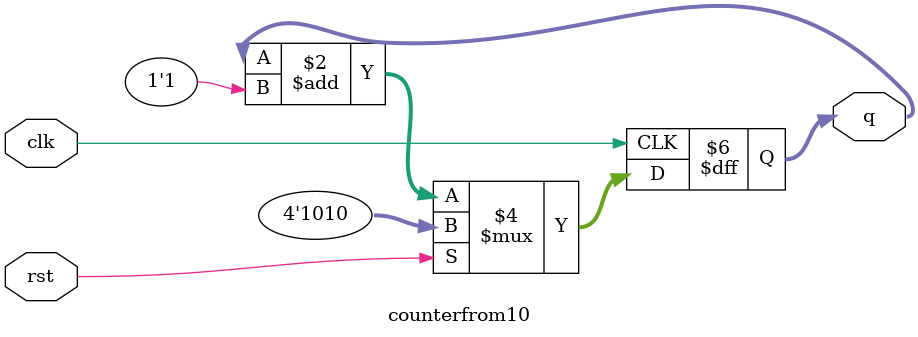
<source format=v>
`timescale 1ns / 1ps


module counterfrom10(
    input clk, rst,
    output reg [3:0] q
    );
    
    always @(posedge clk) begin
        if (rst) begin
            q <= 4'b1010;
        end
        else begin
            q <= q + 1'b1;
        end
    end
endmodule

</source>
